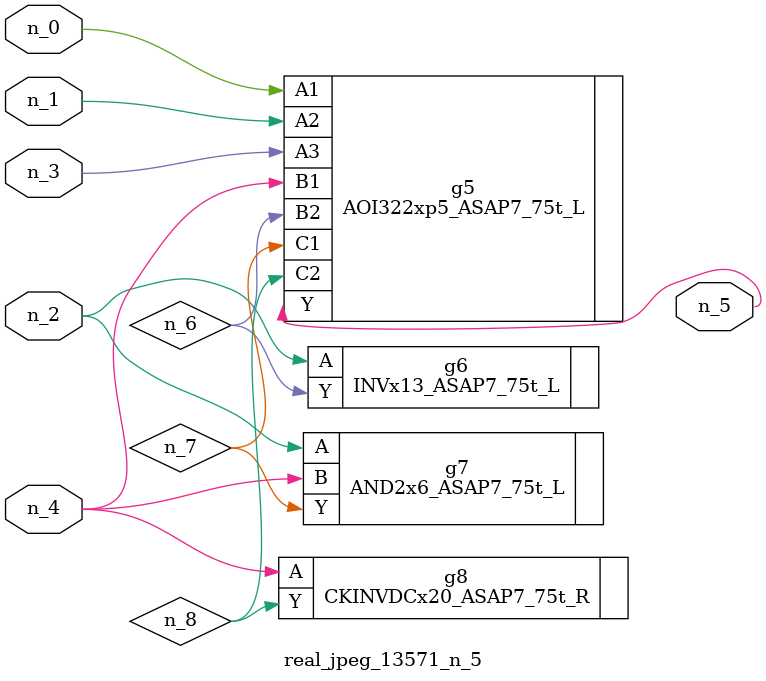
<source format=v>
module real_jpeg_13571_n_5 (n_4, n_0, n_1, n_2, n_3, n_5);

input n_4;
input n_0;
input n_1;
input n_2;
input n_3;

output n_5;

wire n_8;
wire n_6;
wire n_7;

AOI322xp5_ASAP7_75t_L g5 ( 
.A1(n_0),
.A2(n_1),
.A3(n_3),
.B1(n_4),
.B2(n_6),
.C1(n_7),
.C2(n_8),
.Y(n_5)
);

INVx13_ASAP7_75t_L g6 ( 
.A(n_2),
.Y(n_6)
);

AND2x6_ASAP7_75t_L g7 ( 
.A(n_2),
.B(n_4),
.Y(n_7)
);

CKINVDCx20_ASAP7_75t_R g8 ( 
.A(n_4),
.Y(n_8)
);


endmodule
</source>
